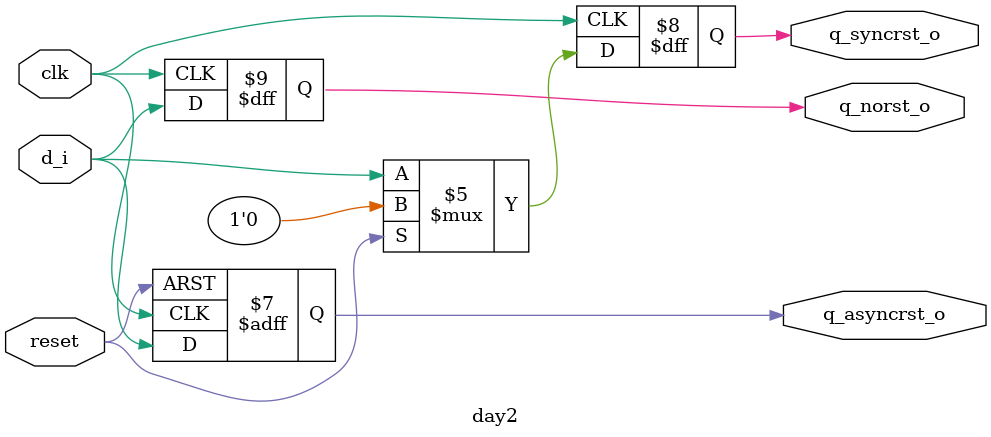
<source format=sv>

module day2 (
  input     logic      clk,
  input     logic      reset,

  input     logic      d_i,

  output    logic      q_norst_o,
  output    logic      q_syncrst_o,
  output    logic      q_asyncrst_o
);

//no rst
  always @(posedge clk) 
    q_norst_o<=d_i;
//sync reset
  always @(posedge clk)begin
     if(reset)
      q_syncrst_o<=0;
     else
       q_syncrst_o<=d_i;
       
  end
  
//async reset 
  always @(posedge clk or posedge reset)begin
     if(reset)
      q_asyncrst_o<=0;
     else
       q_asyncrst_o<=d_i;
       
  end
  
  
endmodule

</source>
